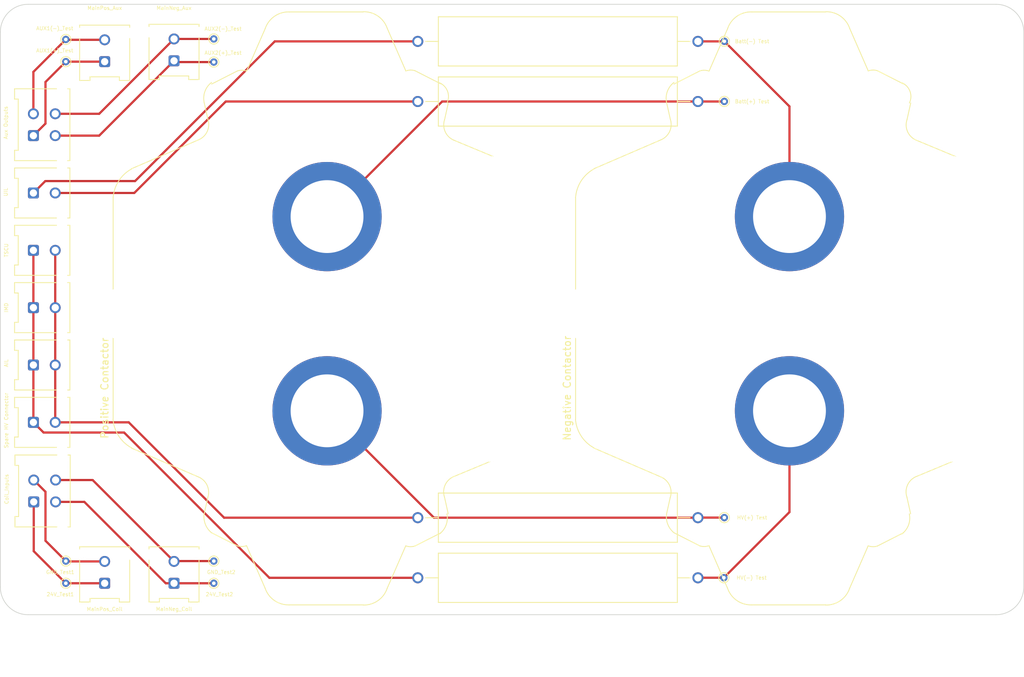
<source format=kicad_pcb>
(kicad_pcb (version 20211014) (generator pcbnew)
  (layers (0 "F.Cu" signal) (31 "B.Cu" signal) (34 "B.Paste" user) (35 "F.Paste" user) (36 "B.SilkS" user "B.Silkscreen") (37 "F.SilkS" user "F.Silkscreen") (38 "B.Mask" user) (39 "F.Mask" user) (44 "Edge.Cuts" user))
  (net 0 "")
  (net 1 "/Batt(+)")
  (net 2 "/HV(+)")
  (net 3 "Net-(F3-Pad1)")
  (net 4 "/Batt(-)")
  (net 5 "Net-(F4-Pad1)")
  (net 6 "/HV(-)")
  (net 7 "/AUX_1(+)")
  (net 8 "/AUX_1(-)")
  (net 9 "/AUX_2(+)")
  (net 10 "/AUX_2(-)")
  (net 11 "Net-(F1-Pad1)")
  (net 12 "Net-(F2-Pad1)")
  (net 13 "/24V_IN1")
  (net 14 "/GND_1")
  (net 15 "/24V_IN2")
  (net 16 "/GND_2")
  (footprint "TestPoint:TestPoint_THTPad_D1.0mm_Drill0.5mm" (layer "F.Cu") (at 133.096 47.937)
    (fp_text reference "TP7" hide)
    (fp_text value "AUX_TEST(-)")
    (fp_circle (center 0 0) (end 0 0.7) (layer "F.SilkS") (width 0.12) (fill none))
    (pad "1" thru_hole circle (at 0 0) (size 1 1) (drill 0.5) (layers *.Cu *.Mask) (net 10 "/AUX_2(-)"))
  )
  (footprint "TestPoint:TestPoint_THTPad_D1.0mm_Drill0.5mm" (layer "F.Cu") (at 112.776 122.682)
    (fp_text reference "TP12" hide)
    (fp_text value "24V_TEST1")
    (fp_circle (center 0 0) (end 0 0.7) (layer "F.SilkS") (width 0.12) (fill none))
    (pad "1" thru_hole circle (at 0 0) (size 1 1) (drill 0.5) (layers *.Cu *.Mask) (net 13 "/24V_IN1"))
  )
  (footprint "TestPoint:TestPoint_THTPad_D1.0mm_Drill0.5mm" (layer "F.Cu") (at 203.2 113.665)
    (fp_text reference "TP4" hide)
    (fp_text value "LOAD_TEST(-)")
    (fp_circle (center 0 0) (end 0 0.7) (layer "F.SilkS") (width 0.12) (fill none))
    (pad "1" thru_hole circle (at 0 0) (size 1 1) (drill 0.5) (layers *.Cu *.Mask) (net 12 "Net-(F2-Pad1)"))
  )
  (footprint "LHRE Contactors:Gigavac_GX21BAB" (layer "F.Cu") (at 182.738388 125.790071 90)
    (fp_text reference "U2" hide)
    (fp_text value "Gigavac_GX21CAB")
    (fp_line (start 14.874747 13.030292) (end 12.588747 12.522292) (layer "F.SilkS") (width 0.12))
    (fp_line (start 14.932516 45.5367) (end 12.646516 46.0447) (layer "F.SilkS") (width 0.12))
    (fp_line (start 60.329802 55.536737) (end 63.949302 46.819112) (layer "F.SilkS") (width 0.12))
    (fp_line (start 0.142747 24.206292) (end 0.142747 34.366292) (layer "F.SilkS") (width 0.12))
    (fp_line (start 71.682568 45.041112) (end 73.489236 41.485112) (layer "F.SilkS") (width 0.12))
    (fp_line (start 71.658821 13.550704) (end 73.465489 17.106704) (layer "F.SilkS") (width 0.12))
    (fp_line (start 21.377766 55.524325) (end 17.758266 46.8067) (layer "F.SilkS") (width 0.12))
    (fp_line (start 10.048747 13.538292) (end 8.242079 17.094292) (layer "F.SilkS") (width 0.12))
    (fp_line (start 60.041472 2.577737) (end 64.007071 11.772704) (layer "F.SilkS") (width 0.12))
    (fp_line (start 25.616469 0.037737) (end 56.100469 0.037737) (layer "F.SilkS") (width 0.12))
    (fp_line (start 25.360469 58.076737) (end 56.388799 58.076737) (layer "F.SilkS") (width 0.12))
    (fp_line (start 66.775052 45.549112) (end 69.061052 46.057112) (layer "F.SilkS") (width 0.12))
    (fp_line (start 21.666096 2.565325) (end 17.700497 11.760292) (layer "F.SilkS") (width 0.12))
    (fp_line (start 8.270747 18.353108) (end 2.428747 20.904292) (layer "F.SilkS") (width 0.12))
    (fp_line (start 66.832821 13.042704) (end 69.118821 12.534704) (layer "F.SilkS") (width 0.12))
    (fp_line (start 73.460568 40.226296) (end 79.302568 37.675112) (layer "F.SilkS") (width 0.12))
    (fp_line (start 81.564821 24.218704) (end 81.564821 34.378704) (layer "F.SilkS") (width 0.12))
    (fp_line (start 73.436821 18.36552) (end 79.278821 20.916704) (layer "F.SilkS") (width 0.12))
    (fp_line (start 10.025 45.0287) (end 8.218332 41.4727) (layer "F.SilkS") (width 0.12))
    (fp_line (start 8.247 40.213884) (end 2.405 37.6627) (layer "F.SilkS") (width 0.12))
    (fp_arc (start 14.932516 45.5367) (mid 16.594098 45.618328) (end 17.758266 46.8067) (layer "F.SilkS") (width 0.12))
    (fp_arc (start 2.405 37.6627) (mid 0.718484 36.387981) (end 0.119 34.3607) (layer "F.SilkS") (width 0.12))
    (fp_arc (start 56.100469 0.037737) (mid 58.377089 0.812158) (end 60.009722 2.577737) (layer "F.SilkS") (width 0.12))
    (fp_arc (start 8.270747 18.353108) (mid 8.153977 17.726033) (end 8.242079 17.094292) (layer "F.SilkS") (width 0.12))
    (fp_arc (start 17.700497 11.760292) (mid 16.53633 12.948667) (end 14.874747 13.030292) (layer "F.SilkS") (width 0.12))
    (fp_arc (start 0.142747 24.206292) (mid 0.742228 22.179009) (end 2.428747 20.904292) (layer "F.SilkS") (width 0.12))
    (fp_arc (start 8.218332 41.4727) (mid 8.130228 40.840959) (end 8.247 40.213884) (layer "F.SilkS") (width 0.12))
    (fp_arc (start 79.278821 20.916704) (mid 80.965342 22.191424) (end 81.564821 24.218704) (layer "F.SilkS") (width 0.12))
    (fp_arc (start 12.646516 45.863271) (mid 11.115751 45.758363) (end 9.881184 44.847271) (layer "F.SilkS") (width 0.12))
    (fp_arc (start 25.318769 58.064325) (mid 23.042133 57.289922) (end 21.409516 55.524325) (layer "F.SilkS") (width 0.12))
    (fp_arc (start 73.465489 17.106704) (mid 73.553516 17.738443) (end 73.436821 18.36552) (layer "F.SilkS") (width 0.12))
    (fp_arc (start 81.588568 34.373112) (mid 80.989088 36.400395) (end 79.302568 37.675112) (layer "F.SilkS") (width 0.12))
    (fp_arc (start 10.048747 13.538292) (mid 11.188511 12.7047) (end 12.588747 12.522292) (layer "F.SilkS") (width 0.12))
    (fp_arc (start 66.832821 13.042704) (mid 65.171231 12.961098) (end 64.007071 11.772704) (layer "F.SilkS") (width 0.12))
    (fp_arc (start 69.118821 12.534704) (mid 70.649591 12.639602) (end 71.884153 13.550704) (layer "F.SilkS") (width 0.12))
    (fp_arc (start 21.697846 2.565325) (mid 23.330468 0.799736) (end 25.607099 0.025325) (layer "F.SilkS") (width 0.12))
    (fp_arc (start 71.826384 44.859683) (mid 70.659761 45.955695) (end 69.061052 45.875683) (layer "F.SilkS") (width 0.12))
    (fp_arc (start 63.949302 46.819112) (mid 65.113457 45.630722) (end 66.775052 45.549112) (layer "F.SilkS") (width 0.12))
    (fp_arc (start 73.460568 40.226296) (mid 73.577396 40.853372) (end 73.489236 41.485112) (layer "F.SilkS") (width 0.12))
    (fp_arc (start 60.298052 55.536737) (mid 58.665431 57.302325) (end 56.388799 58.076737) (layer "F.SilkS") (width 0.12))
    (pad "" np_thru_hole oval (at 40.119 31.3977 90) (size 4.84155 29.467172) (drill oval 4.84155 29.467172) (layers F&B.Cu *.Mask))
    (pad "" np_thru_hole oval (at 40.759 52.2677 90) (size 41.9608 14.76375) (drill oval 41.9608 14.76375) (layers F&B.Cu *.Mask))
    (pad "" np_thru_hole oval (at 40.119 8.5977 90) (size 7.2 21.6281) (drill oval 7.2 21.6281) (layers F&B.Cu *.Mask))
    (pad "1" thru_hole circle (at 26.789 29.4077 90) (size 15 15) (drill 10) (layers *.Cu *.Mask) (net 5 "Net-(F4-Pad1)"))
    (pad "2" thru_hole circle (at 53.459 29.4077 90) (size 15 15) (drill 10) (layers *.Cu *.Mask) (net 3 "Net-(F3-Pad1)"))
  )
  (footprint "TestPoint:TestPoint_THTPad_D1.0mm_Drill0.5mm" (layer "F.Cu") (at 112.776 51.054)
    (fp_text reference "TP2" hide)
    (fp_text value "AUX_TEST(+)")
    (fp_circle (center 0 0) (end 0 0.7) (layer "F.SilkS") (width 0.12) (fill none))
    (pad "1" thru_hole circle (at 0 0) (size 1 1) (drill 0.5) (layers *.Cu *.Mask) (net 7 "/AUX_1(+)"))
  )
  (footprint "Connector_Molex:Molex_Micro-Fit_3.0_43045-0212_2x01_P3.00mm_Vertical" (layer "F.Cu") (at 108.321 69.088 90)
    (fp_text reference "J5" hide)
    (fp_text value "UIL")
    (fp_line (start -2.015 -2.08) (end 2.015 -2.08) (layer "F.SilkS") (width 0.12))
    (fp_line (start -3.435 -2.58) (end -2.015 -2.58) (layer "F.SilkS") (width 0.12))
    (fp_line (start 2.015 -2.08) (end 2.015 -2.58) (layer "F.SilkS") (width 0.12))
    (fp_line (start 3.435 5.01) (end 3.435 4.7) (layer "F.SilkS") (width 0.12))
    (fp_line (start 3.435 -2.58) (end 3.435 3.18) (layer "F.SilkS") (width 0.12))
    (fp_line (start -3.435 4.7) (end -3.435 5.01) (layer "F.SilkS") (width 0.12))
    (fp_line (start -2.015 -2.58) (end -2.015 -2.08) (layer "F.SilkS") (width 0.12))
    (fp_line (start -3.435 3.18) (end -3.435 -2.58) (layer "F.SilkS") (width 0.12))
    (fp_line (start 2.015 -2.58) (end 3.435 -2.58) (layer "F.SilkS") (width 0.12))
    (fp_line (start -3.435 5.01) (end 3.435 5.01) (layer "F.SilkS") (width 0.12))
    (pad "" np_thru_hole circle (at 3 3.94 90) (size 1 1) (drill 1) (layers *.Cu *.Mask))
    (pad "" np_thru_hole circle (at -3 3.94 90) (size 1 1) (drill 1) (layers *.Cu *.Mask))
    (pad "1" thru_hole roundrect (at 0 0 90) (size 1.5 1.5) (drill 1) (layers *.Cu *.Mask) (roundrect_rratio 0.166667) (net 4 "/Batt(-)"))
    (pad "2" thru_hole circle (at 0 3 90) (size 1.5 1.5) (drill 1) (layers *.Cu *.Mask) (net 1 "/Batt(+)"))
  )
  (footprint "TestPoint:TestPoint_THTPad_D1.0mm_Drill0.5mm" (layer "F.Cu") (at 133.096 119.634)
    (fp_text reference "TP9" hide)
    (fp_text value "GND_TEST2")
    (fp_circle (center 0 0) (end 0 0.7) (layer "F.SilkS") (width 0.12) (fill none))
    (pad "1" thru_hole circle (at 0 0) (size 1 1) (drill 0.5) (layers *.Cu *.Mask) (net 16 "/GND_2"))
  )
  (footprint "TestPoint:TestPoint_THTPad_D1.0mm_Drill0.5mm" (layer "F.Cu") (at 203.13468 121.92)
    (fp_text reference "TP8" hide)
    (fp_text value "LOAD_TEST(-)")
    (fp_circle (center 0 0) (end 0 0.7) (layer "F.SilkS") (width 0.12) (fill none))
    (pad "1" thru_hole circle (at 0 0) (size 1 1) (drill 0.5) (layers *.Cu *.Mask) (net 5 "Net-(F4-Pad1)"))
  )
  (footprint "CustomFootprints:Fuse_Placeholder" (layer "F.Cu") (at 180.44 129.1225 180)
    (fp_text reference "F4" hide)
    (fp_text value "1A")
    (fp_line (start 18.255 7.19) (end 16.51 7.19) (layer "F.SilkS") (width 0.127))
    (fp_line (start -16.31 7.19) (end -16.31 3.81) (layer "F.SilkS") (width 0.127))
    (fp_line (start -18.055 7.19) (end -16.31 7.19) (layer "F.SilkS") (width 0.127))
    (fp_line (start 16.51 10.57) (end -16.31 10.57) (layer "F.SilkS") (width 0.127))
    (fp_line (start 16.51 7.19) (end 16.51 10.57) (layer "F.SilkS") (width 0.127))
    (fp_line (start -16.31 3.81) (end 16.51 3.81) (layer "F.SilkS") (width 0.127))
    (fp_line (start -16.31 10.57) (end -16.31 7.19) (layer "F.SilkS") (width 0.127))
    (fp_line (start 16.51 3.81) (end 16.51 7.19) (layer "F.SilkS") (width 0.127))
    (pad "1" thru_hole circle (at -19.135 7.19 180) (size 1.518 1.518) (drill 1.01) (layers *.Cu *.Mask) (net 5 "Net-(F4-Pad1)"))
    (pad "2" thru_hole circle (at 19.335 7.19 180) (size 1.518 1.518) (drill 1.01) (layers *.Cu *.Mask) (net 6 "/HV(-)"))
  )
  (footprint "Connector_Molex:Molex_Micro-Fit_3.0_43045-0212_2x01_P3.00mm_Vertical" (layer "F.Cu") (at 118.11 122.682 180)
    (fp_text reference "J8" hide)
    (fp_text value "COIL1_CONNECTOR")
    (fp_line (start 2.015 -2.58) (end 3.435 -2.58) (layer "F.SilkS") (width 0.12))
    (fp_line (start 3.435 -2.58) (end 3.435 3.18) (layer "F.SilkS") (width 0.12))
    (fp_line (start -3.435 4.7) (end -3.435 5.01) (layer "F.SilkS") (width 0.12))
    (fp_line (start 2.015 -2.08) (end 2.015 -2.58) (layer "F.SilkS") (width 0.12))
    (fp_line (start -2.015 -2.58) (end -2.015 -2.08) (layer "F.SilkS") (width 0.12))
    (fp_line (start -2.015 -2.08) (end 2.015 -2.08) (layer "F.SilkS") (width 0.12))
    (fp_line (start -3.435 -2.58) (end -2.015 -2.58) (layer "F.SilkS") (width 0.12))
    (fp_line (start -3.435 5.01) (end 3.435 5.01) (layer "F.SilkS") (width 0.12))
    (fp_line (start -3.435 3.18) (end -3.435 -2.58) (layer "F.SilkS") (width 0.12))
    (fp_line (start 3.435 5.01) (end 3.435 4.7) (layer "F.SilkS") (width 0.12))
    (pad "" np_thru_hole circle (at -3 3.94 180) (size 1 1) (drill 1) (layers *.Cu *.Mask))
    (pad "" np_thru_hole circle (at 3 3.94 180) (size 1 1) (drill 1) (layers *.Cu *.Mask))
    (pad "1" thru_hole roundrect (at 0 0 180) (size 1.5 1.5) (drill 1) (layers *.Cu *.Mask) (roundrect_rratio 0.166667) (net 13 "/24V_IN1"))
    (pad "2" thru_hole circle (at 0 3 180) (size 1.5 1.5) (drill 1) (layers *.Cu *.Mask) (net 14 "/GND_1"))
  )
  (footprint "TestPoint:TestPoint_THTPad_D1.0mm_Drill0.5mm" (layer "F.Cu") (at 203.2 48.26)
    (fp_text reference "TP5" hide)
    (fp_text value "LOAD_TEST(+)")
    (fp_circle (center 0 0) (end 0 0.7) (layer "F.SilkS") (width 0.12) (fill none))
    (pad "1" thru_hole circle (at 0 0) (size 1 1) (drill 0.5) (layers *.Cu *.Mask) (net 3 "Net-(F3-Pad1)"))
  )
  (footprint "CustomFootprints:Fuse_Placeholder" (layer "F.Cu") (at 180.44 120.8675 180)
    (fp_text reference "F2" hide)
    (fp_text value "1A")
    (fp_line (start -16.31 3.81) (end 16.51 3.81) (layer "F.SilkS") (width 0.127))
    (fp_line (start 16.51 3.81) (end 16.51 7.19) (layer "F.SilkS") (width 0.127))
    (fp_line (start 18.255 7.19) (end 16.51 7.19) (layer "F.SilkS") (width 0.127))
    (fp_line (start -18.055 7.19) (end -16.31 7.19) (layer "F.SilkS") (width 0.127))
    (fp_line (start 16.51 7.19) (end 16.51 10.57) (layer "F.SilkS") (width 0.127))
    (fp_line (start -16.31 7.19) (end -16.31 3.81) (layer "F.SilkS") (width 0.127))
    (fp_line (start -16.31 10.57) (end -16.31 7.19) (layer "F.SilkS") (width 0.127))
    (fp_line (start 16.51 10.57) (end -16.31 10.57) (layer "F.SilkS") (width 0.127))
    (pad "1" thru_hole circle (at -19.135 7.19 180) (size 1.518 1.518) (drill 1.01) (layers *.Cu *.Mask) (net 12 "Net-(F2-Pad1)"))
    (pad "2" thru_hole circle (at 19.335 7.19 180) (size 1.518 1.518) (drill 1.01) (layers *.Cu *.Mask) (net 2 "/HV(+)"))
  )
  (footprint "Connector_Molex:Molex_Micro-Fit_3.0_43045-0212_2x01_P3.00mm_Vertical" (layer "F.Cu") (at 127.635 122.682 180)
    (fp_text reference "J10" hide)
    (fp_text value "COIL2_CONNECTOR")
    (fp_line (start 2.015 -2.58) (end 3.435 -2.58) (layer "F.SilkS") (width 0.12))
    (fp_line (start -3.435 -2.58) (end -2.015 -2.58) (layer "F.SilkS") (width 0.12))
    (fp_line (start -3.435 5.01) (end 3.435 5.01) (layer "F.SilkS") (width 0.12))
    (fp_line (start 2.015 -2.08) (end 2.015 -2.58) (layer "F.SilkS") (width 0.12))
    (fp_line (start -2.015 -2.08) (end 2.015 -2.08) (layer "F.SilkS") (width 0.12))
    (fp_line (start -3.435 4.7) (end -3.435 5.01) (layer "F.SilkS") (width 0.12))
    (fp_line (start -3.435 3.18) (end -3.435 -2.58) (layer "F.SilkS") (width 0.12))
    (fp_line (start 3.435 5.01) (end 3.435 4.7) (layer "F.SilkS") (width 0.12))
    (fp_line (start 3.435 -2.58) (end 3.435 3.18) (layer "F.SilkS") (width 0.12))
    (fp_line (start -2.015 -2.58) (end -2.015 -2.08) (layer "F.SilkS") (width 0.12))
    (pad "" np_thru_hole circle (at -3 3.94 180) (size 1 1) (drill 1) (layers *.Cu *.Mask))
    (pad "" np_thru_hole circle (at 3 3.94 180) (size 1 1) (drill 1) (layers *.Cu *.Mask))
    (pad "1" thru_hole roundrect (at 0 0 180) (size 1.5 1.5) (drill 1) (layers *.Cu *.Mask) (roundrect_rratio 0.166667) (net 15 "/24V_IN2"))
    (pad "2" thru_hole circle (at 0 3 180) (size 1.5 1.5) (drill 1) (layers *.Cu *.Mask) (net 16 "/GND_2"))
  )
  (footprint "TestPoint:TestPoint_THTPad_D1.0mm_Drill0.5mm" (layer "F.Cu") (at 133.096 122.682)
    (fp_text reference "TP10" hide)
    (fp_text value "24V_TEST2")
    (fp_circle (center 0 0) (end 0 0.7) (layer "F.SilkS") (width 0.12) (fill none))
    (pad "1" thru_hole circle (at 0 0) (size 1 1) (drill 0.5) (layers *.Cu *.Mask) (net 15 "/24V_IN2"))
  )
  (footprint "CustomFootprints:Fuse_Placeholder" (layer "F.Cu") (at 180.44 55.4625 180)
    (fp_text reference "F3" hide)
    (fp_text value "1A")
    (fp_line (start -18.055 7.19) (end -16.31 7.19) (layer "F.SilkS") (width 0.127))
    (fp_line (start 16.51 3.81) (end 16.51 7.19) (layer "F.SilkS") (width 0.127))
    (fp_line (start -16.31 10.57) (end -16.31 7.19) (layer "F.SilkS") (width 0.127))
    (fp_line (start 16.51 7.19) (end 16.51 10.57) (layer "F.SilkS") (width 0.127))
    (fp_line (start -16.31 3.81) (end 16.51 3.81) (layer "F.SilkS") (width 0.127))
    (fp_line (start 18.255 7.19) (end 16.51 7.19) (layer "F.SilkS") (width 0.127))
    (fp_line (start -16.31 7.19) (end -16.31 3.81) (layer "F.SilkS") (width 0.127))
    (fp_line (start 16.51 10.57) (end -16.31 10.57) (layer "F.SilkS") (width 0.127))
    (pad "1" thru_hole circle (at -19.135 7.19 180) (size 1.518 1.518) (drill 1.01) (layers *.Cu *.Mask) (net 3 "Net-(F3-Pad1)"))
    (pad "2" thru_hole circle (at 19.335 7.19 180) (size 1.518 1.518) (drill 1.01) (layers *.Cu *.Mask) (net 4 "/Batt(-)"))
  )
  (footprint "Connector_Molex:Molex_Micro-Fit_3.0_43045-0412_2x02_P3.00mm_Vertical" (layer "F.Cu") (at 108.321 61.214 90)
    (fp_text reference "J2" hide)
    (fp_text value "TSCU")
    (fp_line (start 5.015 -2.58) (end 6.435 -2.58) (layer "F.SilkS") (width 0.12))
    (fp_line (start 6.435 5.01) (end 6.435 4.7) (layer "F.SilkS") (width 0.12))
    (fp_line (start -3.435 4.7) (end -3.435 5.01) (layer "F.SilkS") (width 0.12))
    (fp_line (start -3.435 5.01) (end 6.435 5.01) (layer "F.SilkS") (width 0.12))
    (fp_line (start -3.435 3.18) (end -3.435 -2.58) (layer "F.SilkS") (width 0.12))
    (fp_line (start 6.435 -2.58) (end 6.435 3.18) (layer "F.SilkS") (width 0.12))
    (fp_line (start -2.015 -2.58) (end -2.015 -2.08) (layer "F.SilkS") (width 0.12))
    (fp_line (start 5.015 -2.08) (end 5.015 -2.58) (layer "F.SilkS") (width 0.12))
    (fp_line (start -3.435 -2.58) (end -2.015 -2.58) (layer "F.SilkS") (width 0.12))
    (fp_line (start -2.015 -2.08) (end 5.015 -2.08) (layer "F.SilkS") (width 0.12))
    (pad "" np_thru_hole circle (at -3 3.94 90) (size 1 1) (drill 1) (layers *.Cu *.Mask))
    (pad "" np_thru_hole circle (at 6 3.94 90) (size 1 1) (drill 1) (layers *.Cu *.Mask))
    (pad "1" thru_hole roundrect (at 0 0 90) (size 1.5 1.5) (drill 1) (layers *.Cu *.Mask) (roundrect_rratio 0.166667) (net 7 "/AUX_1(+)"))
    (pad "2" thru_hole circle (at 3 0 90) (size 1.5 1.5) (drill 1) (layers *.Cu *.Mask) (net 8 "/AUX_1(-)"))
    (pad "3" thru_hole circle (at 0 3 90) (size 1.5 1.5) (drill 1) (layers *.Cu *.Mask) (net 9 "/AUX_2(+)"))
    (pad "4" thru_hole circle (at 3 3 90) (size 1.5 1.5) (drill 1) (layers *.Cu *.Mask) (net 10 "/AUX_2(-)"))
  )
  (footprint "Connector_Molex:Molex_Micro-Fit_3.0_43045-0212_2x01_P3.00mm_Vertical" (layer "F.Cu") (at 108.321 76.962 90)
    (fp_text reference "J1" hide)
    (fp_text value "TSCU")
    (fp_line (start -3.435 5.01) (end 3.435 5.01) (layer "F.SilkS") (width 0.12))
    (fp_line (start 2.015 -2.58) (end 3.435 -2.58) (layer "F.SilkS") (width 0.12))
    (fp_line (start -3.435 4.7) (end -3.435 5.01) (layer "F.SilkS") (width 0.12))
    (fp_line (start -2.015 -2.58) (end -2.015 -2.08) (layer "F.SilkS") (width 0.12))
    (fp_line (start -3.435 -2.58) (end -2.015 -2.58) (layer "F.SilkS") (width 0.12))
    (fp_line (start -3.435 3.18) (end -3.435 -2.58) (layer "F.SilkS") (width 0.12))
    (fp_line (start 3.435 -2.58) (end 3.435 3.18) (layer "F.SilkS") (width 0.12))
    (fp_line (start -2.015 -2.08) (end 2.015 -2.08) (layer "F.SilkS") (width 0.12))
    (fp_line (start 2.015 -2.08) (end 2.015 -2.58) (layer "F.SilkS") (width 0.12))
    (fp_line (start 3.435 5.01) (end 3.435 4.7) (layer "F.SilkS") (width 0.12))
    (pad "" np_thru_hole circle (at 3 3.94 90) (size 1 1) (drill 1) (layers *.Cu *.Mask))
    (pad "" np_thru_hole circle (at -3 3.94 90) (size 1 1) (drill 1) (layers *.Cu *.Mask))
    (pad "1" thru_hole roundrect (at 0 0 90) (size 1.5 1.5) (drill 1) (layers *.Cu *.Mask) (roundrect_rratio 0.166667) (net 6 "/HV(-)"))
    (pad "2" thru_hole circle (at 0 3 90) (size 1.5 1.5) (drill 1) (layers *.Cu *.Mask) (net 2 "/HV(+)"))
  )
  (footprint "Connector_Molex:Molex_Micro-Fit_3.0_43045-0212_2x01_P3.00mm_Vertical" (layer "F.Cu") (at 127.635 50.937 180)
    (fp_text reference "J11" hide)
    (fp_text value "AUX2_CONNECTOR")
    (fp_line (start 2.015 -2.58) (end 3.435 -2.58) (layer "F.SilkS") (width 0.12))
    (fp_line (start -3.435 4.7) (end -3.435 5.01) (layer "F.SilkS") (width 0.12))
    (fp_line (start -3.435 3.18) (end -3.435 -2.58) (layer "F.SilkS") (width 0.12))
    (fp_line (start -2.015 -2.58) (end -2.015 -2.08) (layer "F.SilkS") (width 0.12))
    (fp_line (start 3.435 -2.58) (end 3.435 3.18) (layer "F.SilkS") (width 0.12))
    (fp_line (start -3.435 5.01) (end 3.435 5.01) (layer "F.SilkS") (width 0.12))
    (fp_line (start -2.015 -2.08) (end 2.015 -2.08) (layer "F.SilkS") (width 0.12))
    (fp_line (start 2.015 -2.08) (end 2.015 -2.58) (layer "F.SilkS") (width 0.12))
    (fp_line (start 3.435 5.01) (end 3.435 4.7) (layer "F.SilkS") (width 0.12))
    (fp_line (start -3.435 -2.58) (end -2.015 -2.58) (layer "F.SilkS") (width 0.12))
    (pad "" np_thru_hole circle (at 3 3.94 180) (size 1 1) (drill 1) (layers *.Cu *.Mask))
    (pad "" np_thru_hole circle (at -3 3.94 180) (size 1 1) (drill 1) (layers *.Cu *.Mask))
    (pad "1" thru_hole roundrect (at 0 0 180) (size 1.5 1.5) (drill 1) (layers *.Cu *.Mask) (roundrect_rratio 0.166667) (net 9 "/AUX_2(+)"))
    (pad "2" thru_hole circle (at 0 3 180) (size 1.5 1.5) (drill 1) (layers *.Cu *.Mask) (net 10 "/AUX_2(-)"))
  )
  (footprint "TestPoint:TestPoint_THTPad_D1.0mm_Drill0.5mm" (layer "F.Cu") (at 203.2 56.515)
    (fp_text reference "TP1" hide)
    (fp_text value "LOAD_TEST(+)")
    (fp_circle (center 0 0) (end 0 0.7) (layer "F.SilkS") (width 0.12) (fill none))
    (pad "1" thru_hole circle (at 0 0) (size 1 1) (drill 0.5) (layers *.Cu *.Mask) (net 11 "Net-(F1-Pad1)"))
  )
  (footprint "TestPoint:TestPoint_THTPad_D1.0mm_Drill0.5mm" (layer "F.Cu") (at 112.776 48.006)
    (fp_text reference "TP3" hide)
    (fp_text value "AUX_TEST(-)")
    (fp_circle (center 0 0) (end 0 0.7) (layer "F.SilkS") (width 0.12) (fill none))
    (pad "1" thru_hole circle (at 0 0) (size 1 1) (drill 0.5) (layers *.Cu *.Mask) (net 8 "/AUX_1(-)"))
  )
  (footprint "Connector_Molex:Molex_Micro-Fit_3.0_43045-0212_2x01_P3.00mm_Vertical" (layer "F.Cu") (at 108.321 100.584 90)
    (fp_text reference "J6" hide)
    (fp_text value "TBD")
    (fp_line (start 3.435 5.01) (end 3.435 4.7) (layer "F.SilkS") (width 0.12))
    (fp_line (start -3.435 3.18) (end -3.435 -2.58) (layer "F.SilkS") (width 0.12))
    (fp_line (start -3.435 5.01) (end 3.435 5.01) (layer "F.SilkS") (width 0.12))
    (fp_line (start 2.015 -2.08) (end 2.015 -2.58) (layer "F.SilkS") (width 0.12))
    (fp_line (start -2.015 -2.08) (end 2.015 -2.08) (layer "F.SilkS") (width 0.12))
    (fp_line (start 3.435 -2.58) (end 3.435 3.18) (layer "F.SilkS") (width 0.12))
    (fp_line (start -3.435 4.7) (end -3.435 5.01) (layer "F.SilkS") (width 0.12))
    (fp_line (start -2.015 -2.58) (end -2.015 -2.08) (layer "F.SilkS") (width 0.12))
    (fp_line (start -3.435 -2.58) (end -2.015 -2.58) (layer "F.SilkS") (width 0.12))
    (fp_line (start 2.015 -2.58) (end 3.435 -2.58) (layer "F.SilkS") (width 0.12))
    (pad "" np_thru_hole circle (at 3 3.94 90) (size 1 1) (drill 1) (layers *.Cu *.Mask))
    (pad "" np_thru_hole circle (at -3 3.94 90) (size 1 1) (drill 1) (layers *.Cu *.Mask))
    (pad "1" thru_hole roundrect (at 0 0 90) (size 1.5 1.5) (drill 1) (layers *.Cu *.Mask) (roundrect_rratio 0.166667) (net 6 "/HV(-)"))
    (pad "2" thru_hole circle (at 0 3 90) (size 1.5 1.5) (drill 1) (layers *.Cu *.Mask) (net 2 "/HV(+)"))
  )
  (footprint "CustomFootprints:Fuse_Placeholder" (layer "F.Cu") (at 180.44 63.7175 180)
    (fp_text reference "F1" hide)
    (fp_text value "1A")
    (fp_line (start 16.51 7.19) (end 16.51 10.57) (layer "F.SilkS") (width 0.127))
    (fp_line (start -16.31 10.57) (end -16.31 7.19) (layer "F.SilkS") (width 0.127))
    (fp_line (start -16.31 7.19) (end -16.31 3.81) (layer "F.SilkS") (width 0.127))
    (fp_line (start 16.51 3.81) (end 16.51 7.19) (layer "F.SilkS") (width 0.127))
    (fp_line (start -16.31 3.81) (end 16.51 3.81) (layer "F.SilkS") (width 0.127))
    (fp_line (start 16.51 10.57) (end -16.31 10.57) (layer "F.SilkS") (width 0.127))
    (fp_line (start -18.055 7.19) (end -16.31 7.19) (layer "F.SilkS") (width 0.127))
    (fp_line (start 18.255 7.19) (end 16.51 7.19) (layer "F.SilkS") (width 0.127))
    (pad "1" thru_hole circle (at -19.135 7.19 180) (size 1.518 1.518) (drill 1.01) (layers *.Cu *.Mask) (net 11 "Net-(F1-Pad1)"))
    (pad "2" thru_hole circle (at 19.335 7.19 180) (size 1.518 1.518) (drill 1.01) (layers *.Cu *.Mask) (net 1 "/Batt(+)"))
  )
  (footprint "TestPoint:TestPoint_THTPad_D1.0mm_Drill0.5mm" (layer "F.Cu") (at 112.776 119.634)
    (fp_text reference "TP11" hide)
    (fp_text value "GND_TEST1")
    (fp_circle (center 0 0) (end 0 0.7) (layer "F.SilkS") (width 0.12) (fill none))
    (pad "1" thru_hole circle (at 0 0) (size 1 1) (drill 0.5) (layers *.Cu *.Mask) (net 14 "/GND_1"))
  )
  (footprint "Connector_Molex:Molex_Micro-Fit_3.0_43045-0212_2x01_P3.00mm_Vertical" (layer "F.Cu") (at 108.321 84.836 90)
    (fp_text reference "J3" hide)
    (fp_text value "IMD")
    (fp_line (start 2.015 -2.08) (end 2.015 -2.58) (layer "F.SilkS") (width 0.12))
    (fp_line (start 3.435 5.01) (end 3.435 4.7) (layer "F.SilkS") (width 0.12))
    (fp_line (start -3.435 -2.58) (end -2.015 -2.58) (layer "F.SilkS") (width 0.12))
    (fp_line (start -2.015 -2.58) (end -2.015 -2.08) (layer "F.SilkS") (width 0.12))
    (fp_line (start 2.015 -2.58) (end 3.435 -2.58) (layer "F.SilkS") (width 0.12))
    (fp_line (start -3.435 3.18) (end -3.435 -2.58) (layer "F.SilkS") (width 0.12))
    (fp_line (start -3.435 5.01) (end 3.435 5.01) (layer "F.SilkS") (width 0.12))
    (fp_line (start -3.435 4.7) (end -3.435 5.01) (layer "F.SilkS") (width 0.12))
    (fp_line (start -2.015 -2.08) (end 2.015 -2.08) (layer "F.SilkS") (width 0.12))
    (fp_line (start 3.435 -2.58) (end 3.435 3.18) (layer "F.SilkS") (width 0.12))
    (pad "" np_thru_hole circle (at 3 3.94 90) (size 1 1) (drill 1) (layers *.Cu *.Mask))
    (pad "" np_thru_hole circle (at -3 3.94 90) (size 1 1) (drill 1) (layers *.Cu *.Mask))
    (pad "1" thru_hole roundrect (at 0 0 90) (size 1.5 1.5) (drill 1) (layers *.Cu *.Mask) (roundrect_rratio 0.166667) (net 6 "/HV(-)"))
    (pad "2" thru_hole circle (at 0 3 90) (size 1.5 1.5) (drill 1) (layers *.Cu *.Mask) (net 2 "/HV(+)"))
  )
  (footprint "Connector_Molex:Molex_Micro-Fit_3.0_43045-0212_2x01_P3.00mm_Vertical" (layer "F.Cu") (at 118.11 51.054 180)
    (fp_text reference "J9" hide)
    (fp_text value "AUX1_CONNECTOR")
    (fp_line (start 3.435 5.01) (end 3.435 4.7) (layer "F.SilkS") (width 0.12))
    (fp_line (start 3.435 -2.58) (end 3.435 3.18) (layer "F.SilkS") (width 0.12))
    (fp_line (start -3.435 3.18) (end -3.435 -2.58) (layer "F.SilkS") (width 0.12))
    (fp_line (start 2.015 -2.58) (end 3.435 -2.58) (layer "F.SilkS") (width 0.12))
    (fp_line (start -2.015 -2.08) (end 2.015 -2.08) (layer "F.SilkS") (width 0.12))
    (fp_line (start -3.435 5.01) (end 3.435 5.01) (layer "F.SilkS") (width 0.12))
    (fp_line (start -2.015 -2.58) (end -2.015 -2.08) (layer "F.SilkS") (width 0.12))
    (fp_line (start -3.435 4.7) (end -3.435 5.01) (layer "F.SilkS") (width 0.12))
    (fp_line (start -3.435 -2.58) (end -2.015 -2.58) (layer "F.SilkS") (width 0.12))
    (fp_line (start 2.015 -2.08) (end 2.015 -2.58) (layer "F.SilkS") (width 0.12))
    (pad "" np_thru_hole circle (at 3 3.94 180) (size 1 1) (drill 1) (layers *.Cu *.Mask))
    (pad "" np_thru_hole circle (at -3 3.94 180) (size 1 1) (drill 1) (layers *.Cu *.Mask))
    (pad "1" thru_hole roundrect (at 0 0 180) (size 1.5 1.5) (drill 1) (layers *.Cu *.Mask) (roundrect_rratio 0.166667) (net 7 "/AUX_1(+)"))
    (pad "2" thru_hole circle (at 0 3 180) (size 1.5 1.5) (drill 1) (layers *.Cu *.Mask) (net 8 "/AUX_1(-)"))
  )
  (footprint "Connector_Molex:Molex_Micro-Fit_3.0_43045-0212_2x01_P3.00mm_Vertical" (layer "F.Cu") (at 108.321 92.71 90)
    (fp_text reference "J4" hide)
    (fp_text value "AIL")
    (fp_line (start 2.015 -2.08) (end 2.015 -2.58) (layer "F.SilkS") (width 0.12))
    (fp_line (start 3.435 5.01) (end 3.435 4.7) (layer "F.SilkS") (width 0.12))
    (fp_line (start 3.435 -2.58) (end 3.435 3.18) (layer "F.SilkS") (width 0.12))
    (fp_line (start -2.015 -2.08) (end 2.015 -2.08) (layer "F.SilkS") (width 0.12))
    (fp_line (start -3.435 -2.58) (end -2.015 -2.58) (layer "F.SilkS") (width 0.12))
    (fp_line (start -3.435 3.18) (end -3.435 -2.58) (layer "F.SilkS") (width 0.12))
    (fp_line (start -3.435 4.7) (end -3.435 5.01) (layer "F.SilkS") (width 0.12))
    (fp_line (start 2.015 -2.58) (end 3.435 -2.58) (layer "F.SilkS") (width 0.12))
    (fp_line (start -2.015 -2.58) (end -2.015 -2.08) (layer "F.SilkS") (width 0.12))
    (fp_line (start -3.435 5.01) (end 3.435 5.01) (layer "F.SilkS") (width 0.12))
    (pad "" np_thru_hole circle (at 3 3.94 90) (size 1 1) (drill 1) (layers *.Cu *.Mask))
    (pad "" np_thru_hole circle (at -3 3.94 90) (size 1 1) (drill 1) (layers *.Cu *.Mask))
    (pad "1" thru_hole roundrect (at 0 0 90) (size 1.5 1.5) (drill 1) (layers *.Cu *.Mask) (roundrect_rratio 0.166667) (net 6 "/HV(-)"))
    (pad "2" thru_hole circle (at 0 3 90) (size 1.5 1.5) (drill 1) (layers *.Cu *.Mask) (net 2 "/HV(+)"))
  )
  (footprint "Connector_Molex:Molex_Micro-Fit_3.0_43045-0412_2x02_P3.00mm_Vertical" (layer "F.Cu") (at 108.369 111.506 90)
    (fp_text reference "J7" hide)
    (fp_text value "COIL_INPUTS")
    (fp_line (start -2.015 -2.58) (end -2.015 -2.08) (layer "F.SilkS") (width 0.12))
    (fp_line (start 5.015 -2.08) (end 5.015 -2.58) (layer "F.SilkS") (width 0.12))
    (fp_line (start 5.015 -2.58) (end 6.435 -2.58) (layer "F.SilkS") (width 0.12))
    (fp_line (start 6.435 -2.58) (end 6.435 3.18) (layer "F.SilkS") (width 0.12))
    (fp_line (start -3.435 -2.58) (end -2.015 -2.58) (layer "F.SilkS") (width 0.12))
    (fp_line (start -2.015 -2.08) (end 5.015 -2.08) (layer "F.SilkS") (width 0.12))
    (fp_line (start -3.435 3.18) (end -3.435 -2.58) (layer "F.SilkS") (width 0.12))
    (fp_line (start -3.435 4.7) (end -3.435 5.01) (layer "F.SilkS") (width 0.12))
    (fp_line (start -3.435 5.01) (end 6.435 5.01) (layer "F.SilkS") (width 0.12))
    (fp_line (start 6.435 5.01) (end 6.435 4.7) (layer "F.SilkS") (width 0.12))
    (pad "" np_thru_hole circle (at 6 3.94 90) (size 1 1) (drill 1) (layers *.Cu *.Mask))
    (pad "" np_thru_hole circle (at -3 3.94 90) (size 1 1) (drill 1) (layers *.Cu *.Mask))
    (pad "1" thru_hole roundrect (at 0 0 90) (size 1.5 1.5) (drill 1) (layers *.Cu *.Mask) (roundrect_rratio 0.166667) (net 13 "/24V_IN1"))
    (pad "2" thru_hole circle (at 3 0 90) (size 1.5 1.5) (drill 1) (layers *.Cu *.Mask) (net 14 "/GND_1"))
    (pad "3" thru_hole circle (at 0 3 90) (size 1.5 1.5) (drill 1) (layers *.Cu *.Mask) (net 15 "/24V_IN2"))
    (pad "4" thru_hole circle (at 3 3 90) (size 1.5 1.5) (drill 1) (layers *.Cu *.Mask) (net 16 "/GND_2"))
  )
  (footprint "TestPoint:TestPoint_THTPad_D1.0mm_Drill0.5mm" (layer "F.Cu") (at 133.096 51.112)
    (fp_text reference "TP6" hide)
    (fp_text value "AUX_TEST(+)")
    (fp_circle (center 0 0) (end 0 0.7) (layer "F.SilkS") (width 0.12) (fill none))
    (pad "1" thru_hole circle (at 0 0) (size 1 1) (drill 0.5) (layers *.Cu *.Mask) (net 9 "/AUX_2(+)"))
  )
  (footprint "LHRE Contactors:Gigavac_GX21BAB" (layer "F.Cu") (at 119.238388 125.790071 90)
    (fp_text reference "U1" hide)
    (fp_text value "Gigavac_GX21CAB")
    (fp_line (start 60.041472 2.577737) (end 64.007071 11.772704) (layer "F.SilkS") (width 0.12))
    (fp_line (start 60.329802 55.536737) (end 63.949302 46.819112) (layer "F.SilkS") (width 0.12))
    (fp_line (start 73.460568 40.226296) (end 79.302568 37.675112) (layer "F.SilkS") (width 0.12))
    (fp_line (start 10.025 45.0287) (end 8.218332 41.4727) (layer "F.SilkS") (width 0.12))
    (fp_line (start 71.682568 45.041112) (end 73.489236 41.485112) (layer "F.SilkS") (width 0.12))
    (fp_line (start 25.360469 58.076737) (end 56.388799 58.076737) (layer "F.SilkS") (width 0.12))
    (fp_line (start 21.666096 2.565325) (end 17.700497 11.760292) (layer "F.SilkS") (width 0.12))
    (fp_line (start 8.270747 18.353108) (end 2.428747 20.904292) (layer "F.SilkS") (width 0.12))
    (fp_line (start 21.377766 55.524325) (end 17.758266 46.8067) (layer "F.SilkS") (width 0.12))
    (fp_line (start 73.436821 18.36552) (end 79.278821 20.916704) (layer "F.SilkS") (width 0.12))
    (fp_line (start 14.874747 13.030292) (end 12.588747 12.522292) (layer "F.SilkS") (width 0.12))
    (fp_line (start 25.616469 0.037737) (end 56.100469 0.037737) (layer "F.SilkS") (width 0.12))
    (fp_line (start 10.048747 13.538292) (end 8.242079 17.094292) (layer "F.SilkS") (width 0.12))
    (fp_line (start 14.932516 45.5367) (end 12.646516 46.0447) (layer "F.SilkS") (width 0.12))
    (fp_line (start 66.832821 13.042704) (end 69.118821 12.534704) (layer "F.SilkS") (width 0.12))
    (fp_line (start 66.775052 45.549112) (end 69.061052 46.057112) (layer "F.SilkS") (width 0.12))
    (fp_line (start 0.142747 24.206292) (end 0.142747 34.366292) (layer "F.SilkS") (width 0.12))
    (fp_line (start 8.247 40.213884) (end 2.405 37.6627) (layer "F.SilkS") (width 0.12))
    (fp_line (start 81.564821 24.218704) (end 81.564821 34.378704) (layer "F.SilkS") (width 0.12))
    (fp_line (start 71.658821 13.550704) (end 73.465489 17.106704) (layer "F.SilkS") (width 0.12))
    (fp_arc (start 2.405 37.6627) (mid 0.718484 36.387981) (end 0.119 34.3607) (layer "F.SilkS") (width 0.12))
    (fp_arc (start 73.465489 17.106704) (mid 73.553516 17.738443) (end 73.436821 18.36552) (layer "F.SilkS") (width 0.12))
    (fp_arc (start 21.697846 2.565325) (mid 23.330468 0.799736) (end 25.607099 0.025325) (layer "F.SilkS") (width 0.12))
    (fp_arc (start 69.118821 12.534704) (mid 70.649591 12.639602) (end 71.884153 13.550704) (layer "F.SilkS") (width 0.12))
    (fp_arc (start 14.932516 45.5367) (mid 16.594098 45.618328) (end 17.758266 46.8067) (layer "F.SilkS") (width 0.12))
    (fp_arc (start 8.218332 41.4727) (mid 8.130228 40.840959) (end 8.247 40.213884) (layer "F.SilkS") (width 0.12))
    (fp_arc (start 25.318769 58.064325) (mid 23.042133 57.289922) (end 21.409516 55.524325) (layer "F.SilkS") (width 0.12))
    (fp_arc (start 66.832821 13.042704) (mid 65.171231 12.961098) (end 64.007071 11.772704) (layer "F.SilkS") (width 0.12))
    (fp_arc (start 56.100469 0.037737) (mid 58.377089 0.812158) (end 60.009722 2.577737) (layer "F.SilkS") (width 0.12))
    (fp_arc (start 8.270747 18.353108) (mid 8.153977 17.726033) (end 8.242079 17.094292) (layer "F.SilkS") (width 0.12))
    (fp_arc (start 10.048747 13.538292) (mid 11.188511 12.7047) (end 12.588747 12.522292) (layer "F.SilkS") (width 0.12))
    (fp_arc (start 79.278821 20.916704) (mid 80.965342 22.191424) (end 81.564821 24.218704) (layer "F.SilkS") (width 0.12))
    (fp_arc (start 0.142747 24.206292) (mid 0.742228 22.179009) (end 2.428747 20.904292) (layer "F.SilkS") (width 0.12))
    (fp_arc (start 81.588568 34.373112) (mid 80.989088 36.400395) (end 79.302568 37.675112) (layer "F.SilkS") (width 0.12))
    (fp_arc (start 71.826384 44.859683) (mid 70.659761 45.955695) (end 69.061052 45.875683) (layer "F.SilkS") (width 0.12))
    (fp_arc (start 63.949302 46.819112) (mid 65.113457 45.630722) (end 66.775052 45.549112) (layer "F.SilkS") (width 0.12))
    (fp_arc (start 73.460568 40.226296) (mid 73.577396 40.853372) (end 73.489236 41.485112) (layer "F.SilkS") (width 0.12))
    (fp_arc (start 17.700497 11.760292) (mid 16.53633 12.948667) (end 14.874747 13.030292) (layer "F.SilkS") (width 0.12))
    (fp_arc (start 60.298052 55.536737) (mid 58.665431 57.302325) (end 56.388799 58.076737) (layer "F.SilkS") (width 0.12))
    (fp_arc (start 12.646516 45.863271) (mid 11.115751 45.758363) (end 9.881184 44.847271) (layer "F.SilkS") (width 0.12))
    (pad "" np_thru_hole oval (at 40.119 8.5977 90) (size 7.2 21.6281) (drill oval 7.2 21.6281) (layers F&B.Cu *.Mask))
    (pad "" np_thru_hole oval (at 40.119 31.3977 90) (size 4.84155 29.467172) (drill oval 4.84155 29.467172) (layers F&B.Cu *.Mask))
    (pad "" np_thru_hole oval (at 40.759 52.2677 90) (size 41.9608 14.76375) (drill oval 41.9608 14.76375) (layers F&B.Cu *.Mask))
    (pad "1" thru_hole circle (at 26.789 29.4077 90) (size 15 15) (drill 10) (layers *.Cu *.Mask) (net 12 "Net-(F2-Pad1)"))
    (pad "2" thru_hole circle (at 53.459 29.4077 90) (size 15 15) (drill 10) (layers *.Cu *.Mask) (net 11 "Net-(F1-Pad1)"))
  )
  (gr_line (start 240.510923 127) (end 107.596077 127) (layer "Edge.Cuts") (width 0.1))
  (gr_line (start 107.596077 43.18) (end 240.510923 43.18) (layer "Edge.Cuts") (width 0.1))
  (gr_arc (start 244.320923 123.19) (mid 243.205 125.884077) (end 240.510923 127) (layer "Edge.Cuts") (width 0.1))
  (gr_line (start 103.786077 46.99) (end 103.786077 123.19) (layer "Edge.Cuts") (width 0.1))
  (gr_line (start 244.320923 46.99) (end 244.320923 123.19) (layer "Edge.Cuts") (width 0.1))
  (gr_arc (start 240.510923 43.18) (mid 243.205 44.295923) (end 244.320923 46.99) (layer "Edge.Cuts") (width 0.1))
  (gr_arc (start 107.596077 127) (mid 104.902 125.884077) (end 103.786077 123.19) (layer "Edge.Cuts") (width 0.1))
  (gr_arc (start 103.786077 46.99) (mid 104.902 44.295923) (end 107.596077 43.18) (layer "Edge.Cuts") (width 0.1))
  (gr_text "MainNeg_Aux" (at 127.635 43.688) (layer "F.SilkS") (effects (font (size 0.5 0.5) (thickness 0.075))))
  (gr_text "24V_Test2" (at 133.858 124.206) (layer "F.SilkS") (effects (font (size 0.5 0.5) (thickness 0.075))))
  (gr_text "AUX1(-)_Test" (at 111.252 46.482) (layer "F.SilkS") (effects (font (size 0.5 0.5) (thickness 0.075))))
  (gr_text "GND_Test1" (at 112.014 121.158) (layer "F.SilkS") (effects (font (size 0.5 0.5) (thickness 0.075))))
  (gr_text "IMD" (at 104.6 84.836 90) (layer "F.SilkS") (effects (font (size 0.5 0.5) (thickness 0.075))))
  (gr_text "HV(-) Test" (at 206.94468 121.92) (layer "F.SilkS") (effects (font (size 0.5 0.5) (thickness 0.075))))
  (gr_text "GND_Test2" (at 134.112 121.158) (layer "F.SilkS") (effects (font (size 0.5 0.5) (thickness 0.075))))
  (gr_text "24V_Test1" (at 112.014 124.206) (layer "F.SilkS") (effects (font (size 0.5 0.5) (thickness 0.075))))
  (gr_text "MainPos_Aux" (at 118.11 43.688) (layer "F.SilkS") (effects (font (size 0.5 0.5) (thickness 0.075))))
  (gr_text "Batt(+) Test" (at 207.01 56.515) (layer "F.SilkS") (effects (font (size 0.5 0.5) (thickness 0.075))))
  (gr_text "Spare HV Connector" (at 104.6 100.33 90) (layer "F.SilkS") (effects (font (size 0.5 0.5) (thickness 0.075))))
  (gr_text "AUX1(+)_Test" (at 111.252 49.53) (layer "F.SilkS") (effects (font (size 0.5 0.5) (thickness 0.075))))
  (gr_text "AUX2(+)_Test" (at 134.366 49.842) (layer "F.SilkS") (effects (font (size 0.5 0.5) (thickness 0.075))))
  (gr_text "MainPos_Coil" (at 118.11 126.238) (layer "F.SilkS") (effects (font (size 0.5 0.5) (thickness 0.075))))
  (gr_text "Coil_Inputs" (at 104.648 109.752 90) (layer "F.SilkS") (effects (font (size 0.5 0.5) (thickness 0.075))))
  (gr_text "Negative Contactor" (at 181.61 95.885 90) (layer "F.SilkS") (effects (font (size 1 1))))
  (gr_text "HV(+) Test" (at 207.01 113.665) (layer "F.SilkS") (effects (font (size 0.5 0.5) (thickness 0.075))))
  (gr_text "Batt(-) Test" (at 207.01 48.26) (layer "F.SilkS") (effects (font (size 0.5 0.5) (thickness 0.075))))
  (gr_text "AIL" (at 104.6 92.456 90) (layer "F.SilkS") (effects (font (size 0.5 0.5) (thickness 0.075))))
  (gr_text "AUX2(-)_Test" (at 134.366 46.54) (layer "F.SilkS") (effects (font (size 0.5 0.5) (thickness 0.075))))
  (gr_text "TSCU" (at 104.6 76.962 90) (layer "F.SilkS") (effects (font (size 0.5 0.5) (thickness 0.075))))
  (gr_text "Positive Contactor" (at 118.11 95.885 90) (layer "F.SilkS") (effects (font (size 1 1))))
  (gr_text "UIL" (at 104.531 68.961 90) (layer "F.SilkS") (effects (font (size 0.5 0.5) (thickness 0.075))))
  (gr_text "Aux Outputs" (at 104.531 59.436 90) (layer "F.SilkS") (effects (font (size 0.5 0.5) (thickness 0.075))))
  (gr_text "MainNeg_Coil\n" (at 127.635 126.228) (layer "F.SilkS") (effects (font (size 0.5 0.5) (thickness 0.075))))
  (segment (start 161.105 56.5275) (end 134.7345 56.5275) (width 0.3) (layer "F.Cu") (net 1))
  (segment (start 122.174 69.088) (end 111.321 69.088) (width 0.3) (layer "F.Cu") (net 1))
  (segment (start 134.7345 56.5275) (end 122.174 69.088) (width 0.3) (layer "F.Cu") (net 1))
  (segment (start 134.5055 113.6775) (end 121.412 100.584) (width 0.3) (layer "F.Cu") (net 2))
  (segment (start 121.412 100.584) (end 111.321 100.584) (width 0.3) (layer "F.Cu") (net 2))
  (segment (start 111.321 76.962) (end 111.321 100.584) (width 0.3) (layer "F.Cu") (net 2))
  (segment (start 161.105 113.6775) (end 134.5055 113.6775) (width 0.3) (layer "F.Cu") (net 2))
  (segment (start 199.575 48.2725) (end 203.1875 48.2725) (width 0.3) (layer "F.Cu") (net 3))
  (segment (start 203.2 48.26) (end 212.146088 57.206088) (width 0.3) (layer "F.Cu") (net 3))
  (segment (start 203.1875 48.2725) (end 203.2 48.26) (width 0.3) (layer "F.Cu") (net 3))
  (segment (start 212.146088 57.206088) (end 212.146088 72.331071) (width 0.3) (layer "F.Cu") (net 3))
  (segment (start 109.957443 67.451557) (end 108.321 69.088) (width 0.3) (layer "F.Cu") (net 4))
  (segment (start 122.286443 67.451557) (end 109.957443 67.451557) (width 0.3) (layer "F.Cu") (net 4))
  (segment (start 141.4655 48.2725) (end 122.286443 67.451557) (width 0.3) (layer "F.Cu") (net 4))
  (segment (start 161.105 48.2725) (end 141.4655 48.2725) (width 0.3) (layer "F.Cu") (net 4))
  (segment (start 199.5875 121.92) (end 199.575 121.9325) (width 0.3) (layer "F.Cu") (net 5))
  (segment (start 212.146088 99.001071) (end 212.146088 112.908592) (width 0.3) (layer "F.Cu") (net 5))
  (segment (start 203.13468 121.92) (end 199.5875 121.92) (width 0.3) (layer "F.Cu") (net 5))
  (segment (start 212.146088 112.908592) (end 203.13468 121.92) (width 0.3) (layer "F.Cu") (net 5))
  (segment (start 140.7285 121.9325) (end 120.780125 101.984125) (width 0.3) (layer "F.Cu") (net 6))
  (segment (start 108.321 76.962) (end 108.321 100.584) (width 0.3) (layer "F.Cu") (net 6))
  (segment (start 120.780125 101.984125) (end 109.721125 101.984125) (width 0.3) (layer "F.Cu") (net 6))
  (segment (start 161.105 121.9325) (end 140.7285 121.9325) (width 0.3) (layer "F.Cu") (net 6))
  (segment (start 109.721125 101.984125) (end 108.321 100.584) (width 0.3) (layer "F.Cu") (net 6))
  (segment (start 118.11 51.054) (end 112.776 51.054) (width 0.3) (layer "F.Cu") (net 7))
  (segment (start 109.982 59.553) (end 108.321 61.214) (width 0.3) (layer "F.Cu") (net 7))
  (segment (start 112.776 51.054) (end 109.982 53.848) (width 0.3) (layer "F.Cu") (net 7))
  (segment (start 109.982 53.848) (end 109.982 59.553) (width 0.3) (layer "F.Cu") (net 7))
  (segment (start 108.321 52.461) (end 108.321 58.214) (width 0.3) (layer "F.Cu") (net 8))
  (segment (start 112.776 48.006) (end 108.321 52.461) (width 0.3) (layer "F.Cu") (net 8))
  (segment (start 118.11 48.054) (end 112.824 48.054) (width 0.3) (layer "F.Cu") (net 8))
  (segment (start 112.824 48.054) (end 112.776 48.006) (width 0.25) (layer "F.Cu") (net 8))
  (segment (start 127.635 50.937) (end 117.358 61.214) (width 0.3) (layer "F.Cu") (net 9))
  (segment (start 127.81 51.112) (end 133.096 51.112) (width 0.3) (layer "F.Cu") (net 9))
  (segment (start 127.635 50.937) (end 127.81 51.112) (width 0.3) (layer "F.Cu") (net 9))
  (segment (start 117.358 61.214) (end 111.321 61.214) (width 0.3) (layer "F.Cu") (net 9))
  (segment (start 127.635 47.937) (end 117.358 58.214) (width 0.3) (layer "F.Cu") (net 10))
  (segment (start 133.096 47.937) (end 127.635 47.937) (width 0.3) (layer "F.Cu") (net 10))
  (segment (start 117.358 58.214) (end 111.321 58.214) (width 0.3) (layer "F.Cu") (net 10))
  (segment (start 164.449659 56.5275) (end 199.575 56.5275) (width 0.3) (layer "F.Cu") (net 11))
  (segment (start 199.575 56.5275) (end 203.1875 56.5275) (width 0.3) (layer "F.Cu") (net 11))
  (segment (start 148.646088 72.331071) (end 164.449659 56.5275) (width 0.3) (layer "F.Cu") (net 11))
  (segment (start 203.1875 56.5275) (end 203.2 56.515) (width 0.25) (layer "F.Cu") (net 11))
  (segment (start 199.5875 113.665) (end 199.575 113.6775) (width 0.3) (layer "F.Cu") (net 12))
  (segment (start 199.575 113.6775) (end 163.322517 113.6775) (width 0.3) (layer "F.Cu") (net 12))
  (segment (start 163.322517 113.6775) (end 148.646088 99.001071) (width 0.3) (layer "F.Cu") (net 12))
  (segment (start 203.2 113.665) (end 199.5875 113.665) (width 0.3) (layer "F.Cu") (net 12))
  (segment (start 112.776 122.682) (end 108.369 118.275) (width 0.3) (layer "F.Cu") (net 13))
  (segment (start 118.11 122.682) (end 112.776 122.682) (width 0.3) (layer "F.Cu") (net 13))
  (segment (start 108.369 118.275) (end 108.369 111.506) (width 0.3) (layer "F.Cu") (net 13))
  (segment (start 118.11 119.682) (end 112.824 119.682) (width 0.3) (layer "F.Cu") (net 14))
  (segment (start 112.824 119.682) (end 112.776 119.634) (width 0.3) (layer "F.Cu") (net 14))
  (segment (start 112.776 119.634) (end 109.982 116.84) (width 0.3) (layer "F.Cu") (net 14))
  (segment (start 109.982 110.119) (end 108.369 108.506) (width 0.3) (layer "F.Cu") (net 14))
  (segment (start 109.982 116.84) (end 109.982 110.119) (width 0.3) (layer "F.Cu") (net 14))
  (segment (start 133.096 122.682) (end 127.635 122.682) (width 0.3) (layer "F.Cu") (net 15))
  (segment (start 115.316 111.506) (end 111.369 111.506) (width 0.3) (layer "F.Cu") (net 15))
  (segment (start 126.492 122.682) (end 115.316 111.506) (width 0.3) (layer "F.Cu") (net 15))
  (segment (start 127.635 122.682) (end 126.492 122.682) (width 0.3) (layer "F.Cu") (net 15))
  (segment (start 127.635 119.682) (end 116.459 108.506) (width 0.3) (layer "F.Cu") (net 16))
  (segment (start 127.683 119.634) (end 127.635 119.682) (width 0.3) (layer "F.Cu") (net 16))
  (segment (start 133.096 119.634) (end 127.683 119.634) (width 0.3) (layer "F.Cu") (net 16))
  (segment (start 116.459 108.506) (end 111.369 108.506) (width 0.3) (layer "F.Cu") (net 16))
)
</source>
